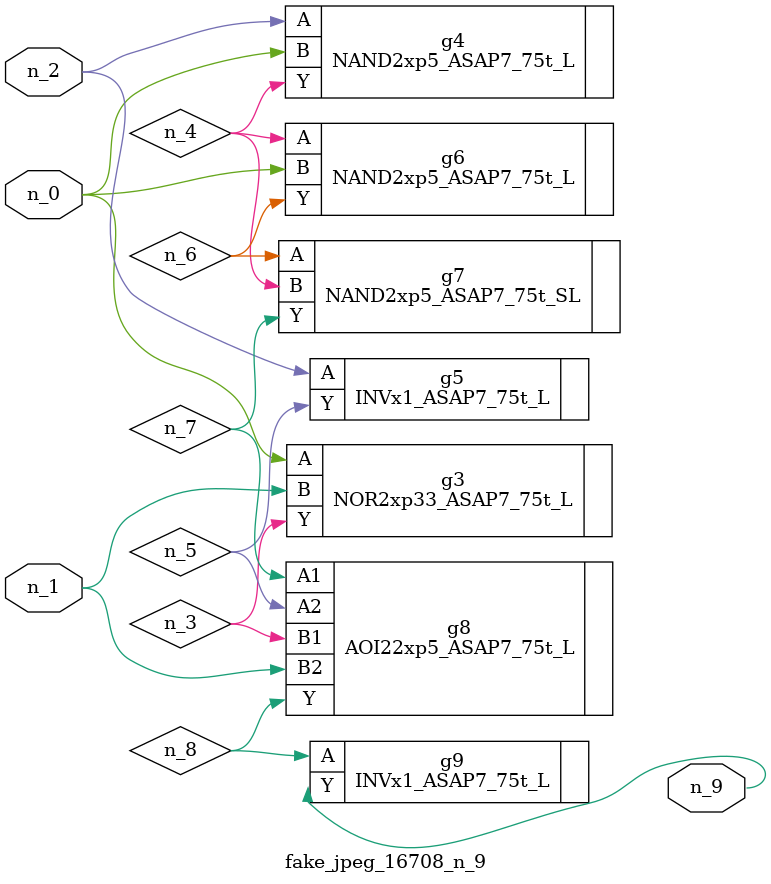
<source format=v>
module fake_jpeg_16708_n_9 (n_0, n_2, n_1, n_9);

input n_0;
input n_2;
input n_1;

output n_9;

wire n_3;
wire n_4;
wire n_8;
wire n_6;
wire n_5;
wire n_7;

NOR2xp33_ASAP7_75t_L g3 ( 
.A(n_0),
.B(n_1),
.Y(n_3)
);

NAND2xp5_ASAP7_75t_L g4 ( 
.A(n_2),
.B(n_0),
.Y(n_4)
);

INVx1_ASAP7_75t_L g5 ( 
.A(n_2),
.Y(n_5)
);

NAND2xp5_ASAP7_75t_L g6 ( 
.A(n_4),
.B(n_0),
.Y(n_6)
);

NAND2xp5_ASAP7_75t_SL g7 ( 
.A(n_6),
.B(n_4),
.Y(n_7)
);

AOI22xp5_ASAP7_75t_L g8 ( 
.A1(n_7),
.A2(n_5),
.B1(n_3),
.B2(n_1),
.Y(n_8)
);

INVx1_ASAP7_75t_L g9 ( 
.A(n_8),
.Y(n_9)
);


endmodule
</source>
